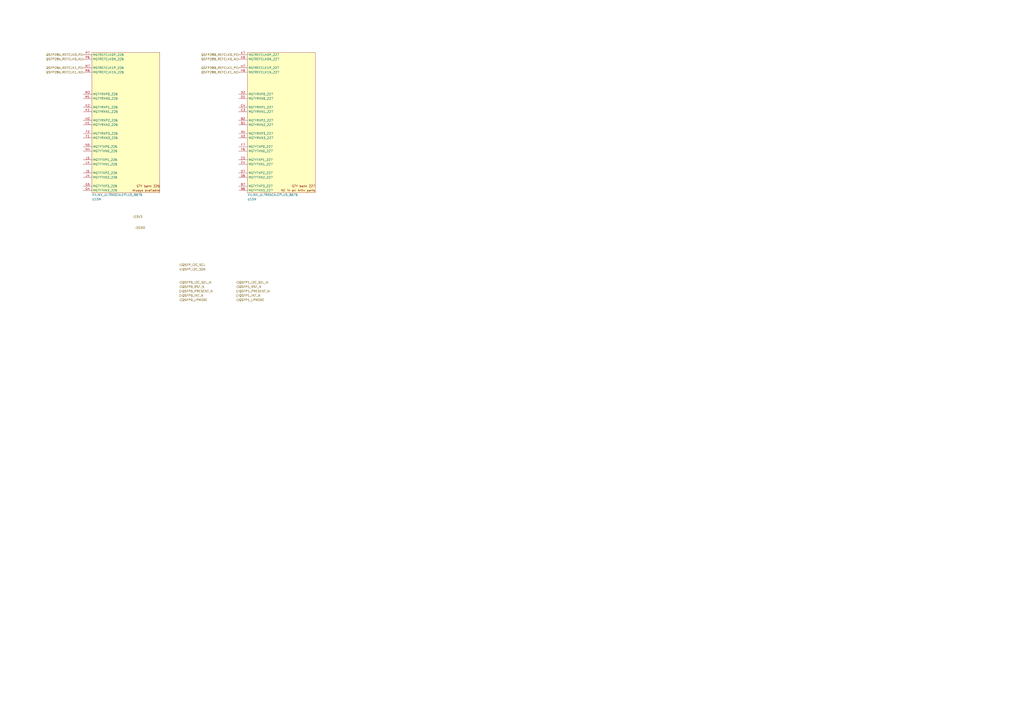
<source format=kicad_sch>
(kicad_sch (version 20211123) (generator eeschema)
  (paper "A2")
  (hierarchical_label "QSFP1_PRESENT_N" (shape output) (at 137.16 168.91 0))
  (hierarchical_label "QSFP0_INT_N" (shape output) (at 104.14 171.45 0))
  (hierarchical_label "GND" (shape input) (at 78.74 132.08 0))
  (hierarchical_label "QSFP0_RST_N" (shape input) (at 104.14 166.37 0))
  (hierarchical_label "QSFP0_I2C_SEL_N" (shape input) (at 104.14 163.83 0))
  (hierarchical_label "3V3" (shape input) (at 77.47 125.73 0))
  (hierarchical_label "QSFP1_I2C_SEL_N" (shape input) (at 137.16 163.83 0))
  (hierarchical_label "QSFP28B_REFCLK0_N" (shape input) (at 138.43 34.29 180))
  (hierarchical_label "QSFP28A_REFCLK0_N" (shape input) (at 48.26 34.29 180))
  (hierarchical_label "QSFP28A_REFCLK0_P" (shape input) (at 48.26 31.75 180))
  (hierarchical_label "QSFP_I2C_SCL" (shape input) (at 104.14 153.67 0))
  (hierarchical_label "QSFP0_PRESENT_N" (shape output) (at 104.14 168.91 0))
  (hierarchical_label "QSFP1_LPMODE" (shape input) (at 137.16 173.99 0))
  (hierarchical_label "QSFP28B_REFCLK1_N" (shape input) (at 138.43 41.91 180))
  (hierarchical_label "QSFP28A_REFCLK1_N" (shape input) (at 48.26 41.91 180))
  (hierarchical_label "QSFP1_INT_N" (shape output) (at 137.16 171.45 0))
  (hierarchical_label "QSFP28B_REFCLK0_P" (shape input) (at 138.43 31.75 180))
  (hierarchical_label "QSFP28B_REFCLK1_P" (shape input) (at 138.43 39.37 180))
  (hierarchical_label "QSFP0_LPMODE" (shape input) (at 104.14 173.99 0))
  (hierarchical_label "QSFP_I2C_SDA" (shape bidirectional) (at 104.14 156.21 0))
  (hierarchical_label "QSFP28A_REFCLK1_P" (shape input) (at 48.26 39.37 180))
  (hierarchical_label "QSFP1_RST_N" (shape input) (at 137.16 166.37 0))
  (symbol (lib_id "xilinx-azonenberg:XILINX_ULTRASCALEPLUS_B676") (at 53.34 111.76 0) (unit 13)
    (property "Reference" "U15" (at 53.34 115.57 0) (effects (justify left)))
    (property "Value" "XILINX_ULTRASCALEPLUS_B676" (at 53.34 113.03 0) (effects (justify left)))
  )
  (symbol (lib_id "xilinx-azonenberg:XILINX_ULTRASCALEPLUS_B676") (at 143.51 111.76 0) (unit 14)
    (property "Reference" "U15" (at 143.51 115.57 0) (effects (justify left)))
    (property "Value" "XILINX_ULTRASCALEPLUS_B676" (at 143.51 113.03 0) (effects (justify left)))
  )
)
</source>
